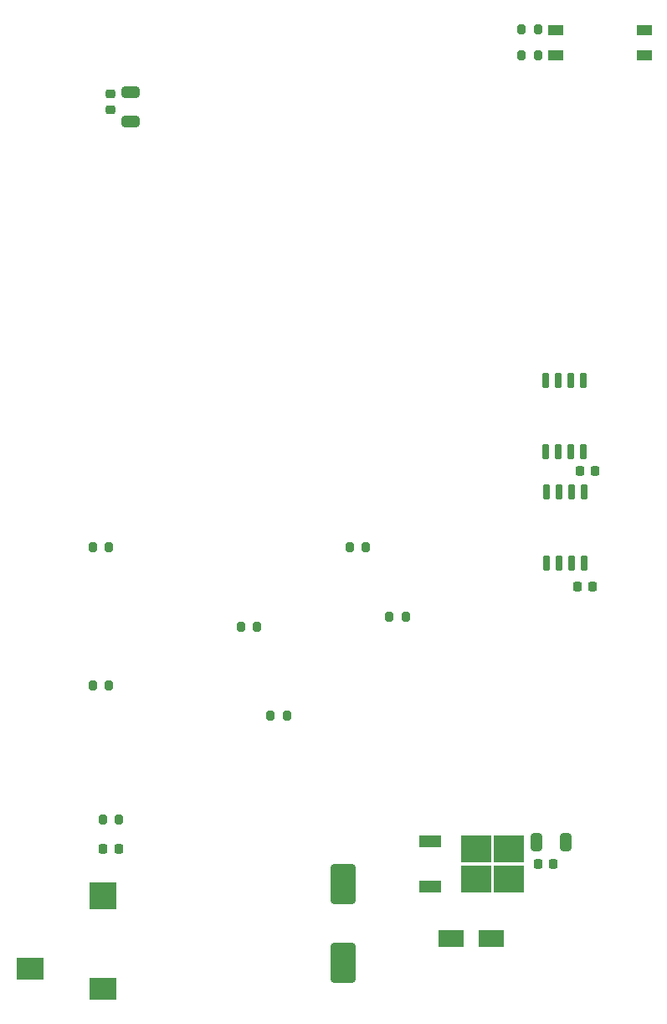
<source format=gbr>
%TF.GenerationSoftware,KiCad,Pcbnew,6.0.2+dfsg-1*%
%TF.CreationDate,2025-01-19T18:01:40+11:00*%
%TF.ProjectId,OLED_DEV_BOARD,4f4c4544-5f44-4455-965f-424f4152442e,rev?*%
%TF.SameCoordinates,Original*%
%TF.FileFunction,Paste,Top*%
%TF.FilePolarity,Positive*%
%FSLAX46Y46*%
G04 Gerber Fmt 4.6, Leading zero omitted, Abs format (unit mm)*
G04 Created by KiCad (PCBNEW 6.0.2+dfsg-1) date 2025-01-19 18:01:40*
%MOMM*%
%LPD*%
G01*
G04 APERTURE LIST*
G04 Aperture macros list*
%AMRoundRect*
0 Rectangle with rounded corners*
0 $1 Rounding radius*
0 $2 $3 $4 $5 $6 $7 $8 $9 X,Y pos of 4 corners*
0 Add a 4 corners polygon primitive as box body*
4,1,4,$2,$3,$4,$5,$6,$7,$8,$9,$2,$3,0*
0 Add four circle primitives for the rounded corners*
1,1,$1+$1,$2,$3*
1,1,$1+$1,$4,$5*
1,1,$1+$1,$6,$7*
1,1,$1+$1,$8,$9*
0 Add four rect primitives between the rounded corners*
20,1,$1+$1,$2,$3,$4,$5,0*
20,1,$1+$1,$4,$5,$6,$7,0*
20,1,$1+$1,$6,$7,$8,$9,0*
20,1,$1+$1,$8,$9,$2,$3,0*%
G04 Aperture macros list end*
%ADD10RoundRect,0.150000X-0.150000X0.650000X-0.150000X-0.650000X0.150000X-0.650000X0.150000X0.650000X0*%
%ADD11RoundRect,0.200000X-0.200000X-0.275000X0.200000X-0.275000X0.200000X0.275000X-0.200000X0.275000X0*%
%ADD12R,2.500000X1.800000*%
%ADD13R,1.500000X1.100000*%
%ADD14R,2.800000X2.200000*%
%ADD15R,2.800000X2.800000*%
%ADD16RoundRect,0.225000X-0.225000X-0.250000X0.225000X-0.250000X0.225000X0.250000X-0.225000X0.250000X0*%
%ADD17RoundRect,0.200000X0.200000X0.275000X-0.200000X0.275000X-0.200000X-0.275000X0.200000X-0.275000X0*%
%ADD18RoundRect,0.250000X-0.325000X-0.650000X0.325000X-0.650000X0.325000X0.650000X-0.325000X0.650000X0*%
%ADD19R,3.050000X2.750000*%
%ADD20R,2.200000X1.200000*%
%ADD21RoundRect,0.250000X-1.000000X1.750000X-1.000000X-1.750000X1.000000X-1.750000X1.000000X1.750000X0*%
%ADD22RoundRect,0.225000X-0.250000X0.225000X-0.250000X-0.225000X0.250000X-0.225000X0.250000X0.225000X0*%
%ADD23RoundRect,0.250000X-0.650000X0.325000X-0.650000X-0.325000X0.650000X-0.325000X0.650000X0.325000X0*%
G04 APERTURE END LIST*
D10*
%TO.C,U2*%
X175905000Y-85400000D03*
X174635000Y-85400000D03*
X173365000Y-85400000D03*
X172095000Y-85400000D03*
X172095000Y-92600000D03*
X173365000Y-92600000D03*
X174635000Y-92600000D03*
X175905000Y-92600000D03*
%TD*%
D11*
%TO.C,R3*%
X169575000Y-41250000D03*
X171225000Y-41250000D03*
%TD*%
D12*
%TO.C,D1*%
X162450000Y-130490000D03*
X166450000Y-130490000D03*
%TD*%
D13*
%TO.C,SW1*%
X173050000Y-38730000D03*
X173050000Y-41270000D03*
X181950000Y-41270000D03*
X181950000Y-38730000D03*
%TD*%
D14*
%TO.C,J3*%
X119800000Y-133600000D03*
X127200000Y-135600000D03*
D15*
X127200000Y-126200000D03*
%TD*%
D11*
%TO.C,R5*%
X126175000Y-105000000D03*
X127825000Y-105000000D03*
%TD*%
%TO.C,R8*%
X144175000Y-108000000D03*
X145825000Y-108000000D03*
%TD*%
D16*
%TO.C,C8*%
X171225000Y-123000000D03*
X172775000Y-123000000D03*
%TD*%
D17*
%TO.C,R1*%
X128825000Y-118500000D03*
X127175000Y-118500000D03*
%TD*%
D16*
%TO.C,C4*%
X175450000Y-83287335D03*
X177000000Y-83287335D03*
%TD*%
D11*
%TO.C,R6*%
X141175000Y-99000000D03*
X142825000Y-99000000D03*
%TD*%
D17*
%TO.C,R9*%
X157825000Y-98000000D03*
X156175000Y-98000000D03*
%TD*%
D16*
%TO.C,C5*%
X175225000Y-95000000D03*
X176775000Y-95000000D03*
%TD*%
D11*
%TO.C,R2*%
X169575000Y-38700000D03*
X171225000Y-38700000D03*
%TD*%
D18*
%TO.C,C7*%
X171050000Y-120790000D03*
X174000000Y-120790000D03*
%TD*%
D11*
%TO.C,R4*%
X126175000Y-91000000D03*
X127825000Y-91000000D03*
%TD*%
D19*
%TO.C,U3*%
X168275000Y-124525000D03*
X164925000Y-121475000D03*
X168275000Y-121475000D03*
X164925000Y-124525000D03*
D20*
X160300000Y-120720000D03*
X160300000Y-125280000D03*
%TD*%
D10*
%TO.C,U1*%
X175785000Y-74120000D03*
X174515000Y-74120000D03*
X173245000Y-74120000D03*
X171975000Y-74120000D03*
X171975000Y-81320000D03*
X173245000Y-81320000D03*
X174515000Y-81320000D03*
X175785000Y-81320000D03*
%TD*%
D21*
%TO.C,C1*%
X151500000Y-125000000D03*
X151500000Y-133000000D03*
%TD*%
D11*
%TO.C,R7*%
X152175000Y-91000000D03*
X153825000Y-91000000D03*
%TD*%
D22*
%TO.C,C6*%
X128000000Y-45225000D03*
X128000000Y-46775000D03*
%TD*%
D16*
%TO.C,C2*%
X127225000Y-121500000D03*
X128775000Y-121500000D03*
%TD*%
D23*
%TO.C,C3*%
X130000000Y-45000000D03*
X130000000Y-47950000D03*
%TD*%
M02*

</source>
